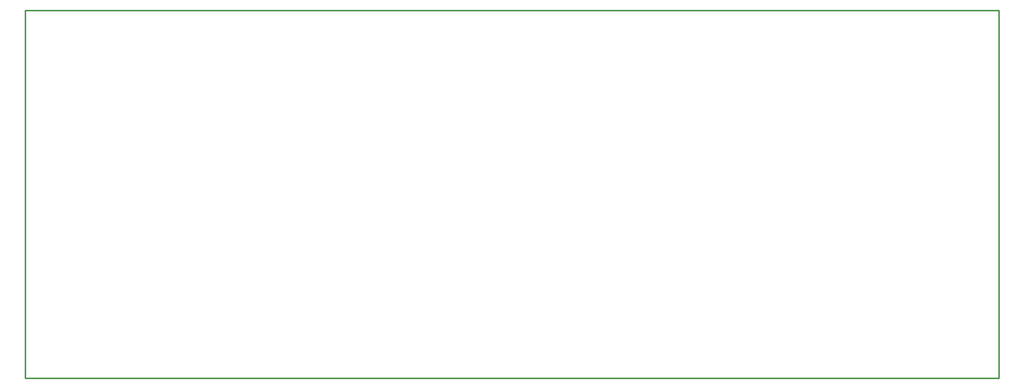
<source format=gko>
G04*
G04 #@! TF.GenerationSoftware,Altium Limited,Altium Designer,19.1.7 (138)*
G04*
G04 Layer_Color=16711935*
%FSLAX25Y25*%
%MOIN*%
G70*
G01*
G75*
%ADD12C,0.01000*%
D12*
X657400Y248425D02*
X657400Y0D01*
X-0Y248425D02*
X657400D01*
X0Y0D02*
X657400D01*
X-0Y248425D02*
X0Y0D01*
M02*

</source>
